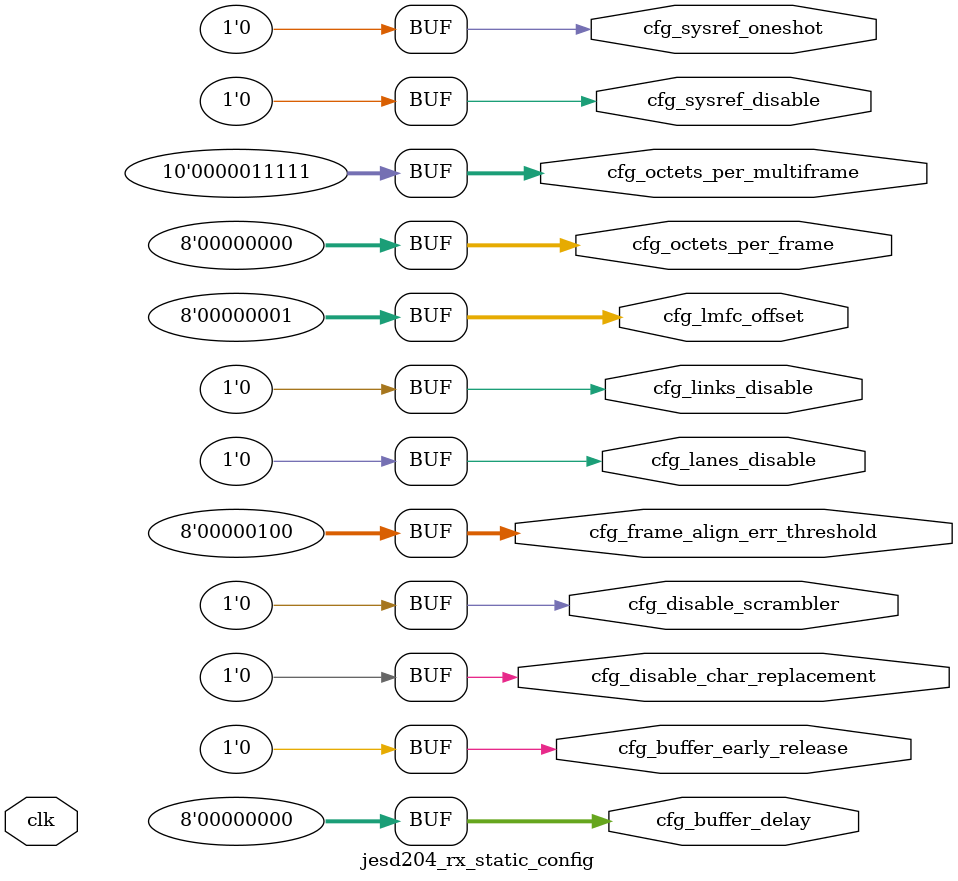
<source format=v>

`timescale 1ns/100ps

module jesd204_rx_static_config #(
  parameter NUM_LANES = 1,
  parameter NUM_LINKS = 1,
  parameter OCTETS_PER_FRAME = 1,
  parameter FRAMES_PER_MULTIFRAME = 32,
  parameter SCR = 1,
  parameter BUFFER_EARLY_RELEASE = 0,
  parameter LINK_MODE = 0, // 2 - 64B/66B;  1 - 8B/10B
  parameter SYSREF_DISABLE = 0,
  parameter SYSREF_ONE_SHOT = 0,
  /* Only 4, 8 are supported at the moment for 8b/10b and 8 for 64b */
  parameter DATA_PATH_WIDTH = LINK_MODE == 2 ? 8 : 4
) (
  input clk,

  output [NUM_LANES-1:0] cfg_lanes_disable,
  output [NUM_LINKS-1:0] cfg_links_disable,
  output [9:0] cfg_octets_per_multiframe,
  output [7:0] cfg_octets_per_frame,
  output [7:0] cfg_lmfc_offset,
  output cfg_sysref_oneshot,
  output cfg_sysref_disable,

  output [7:0] cfg_buffer_delay,
  output cfg_buffer_early_release,
  output cfg_disable_scrambler,
  output cfg_disable_char_replacement,
  output [7:0] cfg_frame_align_err_threshold
);

assign cfg_octets_per_multiframe = (FRAMES_PER_MULTIFRAME * OCTETS_PER_FRAME) - 1;
assign cfg_octets_per_frame = OCTETS_PER_FRAME - 1;
assign cfg_lmfc_offset = 1;
assign cfg_sysref_oneshot = SYSREF_ONE_SHOT;
assign cfg_sysref_disable = SYSREF_DISABLE;
assign cfg_buffer_delay = 'h0;
assign cfg_buffer_early_release = BUFFER_EARLY_RELEASE;
assign cfg_lanes_disable = {NUM_LANES{1'b0}};
assign cfg_links_disable = {NUM_LINKS{1'b0}};
assign cfg_disable_scrambler = SCR ? 1'b0 : 1'b1;
assign cfg_disable_char_replacement = 1'b0;
assign cfg_frame_align_err_threshold = 8'd4;

endmodule

</source>
